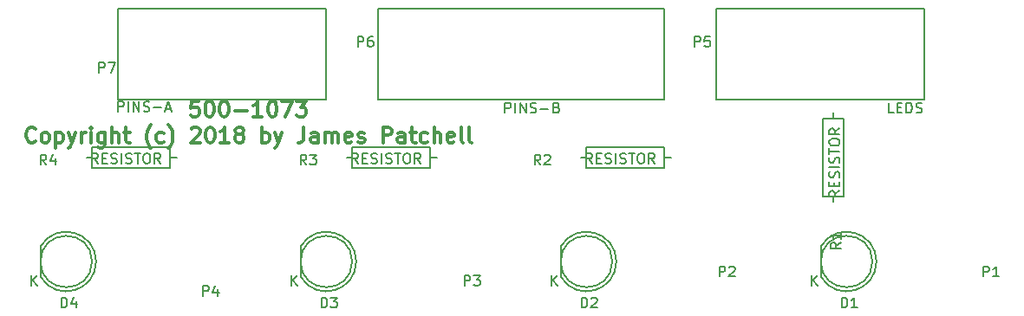
<source format=gbr>
G04 #@! TF.GenerationSoftware,KiCad,Pcbnew,(5.0.1)-3*
G04 #@! TF.CreationDate,2018-12-07T13:03:12-08:00*
G04 #@! TF.ProjectId,500-1073-Quad-Banana-Jack,3530302D313037332D517561642D4261,rev?*
G04 #@! TF.SameCoordinates,Original*
G04 #@! TF.FileFunction,Legend,Top*
G04 #@! TF.FilePolarity,Positive*
%FSLAX46Y46*%
G04 Gerber Fmt 4.6, Leading zero omitted, Abs format (unit mm)*
G04 Created by KiCad (PCBNEW (5.0.1)-3) date 12/7/2018 1:03:12 PM*
%MOMM*%
%LPD*%
G01*
G04 APERTURE LIST*
%ADD10C,0.300000*%
%ADD11C,0.150000*%
G04 APERTURE END LIST*
D10*
X123412857Y-131634571D02*
X122698571Y-131634571D01*
X122627142Y-132348857D01*
X122698571Y-132277428D01*
X122841428Y-132206000D01*
X123198571Y-132206000D01*
X123341428Y-132277428D01*
X123412857Y-132348857D01*
X123484285Y-132491714D01*
X123484285Y-132848857D01*
X123412857Y-132991714D01*
X123341428Y-133063142D01*
X123198571Y-133134571D01*
X122841428Y-133134571D01*
X122698571Y-133063142D01*
X122627142Y-132991714D01*
X124412857Y-131634571D02*
X124555714Y-131634571D01*
X124698571Y-131706000D01*
X124770000Y-131777428D01*
X124841428Y-131920285D01*
X124912857Y-132206000D01*
X124912857Y-132563142D01*
X124841428Y-132848857D01*
X124770000Y-132991714D01*
X124698571Y-133063142D01*
X124555714Y-133134571D01*
X124412857Y-133134571D01*
X124270000Y-133063142D01*
X124198571Y-132991714D01*
X124127142Y-132848857D01*
X124055714Y-132563142D01*
X124055714Y-132206000D01*
X124127142Y-131920285D01*
X124198571Y-131777428D01*
X124270000Y-131706000D01*
X124412857Y-131634571D01*
X125841428Y-131634571D02*
X125984285Y-131634571D01*
X126127142Y-131706000D01*
X126198571Y-131777428D01*
X126270000Y-131920285D01*
X126341428Y-132206000D01*
X126341428Y-132563142D01*
X126270000Y-132848857D01*
X126198571Y-132991714D01*
X126127142Y-133063142D01*
X125984285Y-133134571D01*
X125841428Y-133134571D01*
X125698571Y-133063142D01*
X125627142Y-132991714D01*
X125555714Y-132848857D01*
X125484285Y-132563142D01*
X125484285Y-132206000D01*
X125555714Y-131920285D01*
X125627142Y-131777428D01*
X125698571Y-131706000D01*
X125841428Y-131634571D01*
X126984285Y-132563142D02*
X128127142Y-132563142D01*
X129627142Y-133134571D02*
X128770000Y-133134571D01*
X129198571Y-133134571D02*
X129198571Y-131634571D01*
X129055714Y-131848857D01*
X128912857Y-131991714D01*
X128770000Y-132063142D01*
X130555714Y-131634571D02*
X130698571Y-131634571D01*
X130841428Y-131706000D01*
X130912857Y-131777428D01*
X130984285Y-131920285D01*
X131055714Y-132206000D01*
X131055714Y-132563142D01*
X130984285Y-132848857D01*
X130912857Y-132991714D01*
X130841428Y-133063142D01*
X130698571Y-133134571D01*
X130555714Y-133134571D01*
X130412857Y-133063142D01*
X130341428Y-132991714D01*
X130270000Y-132848857D01*
X130198571Y-132563142D01*
X130198571Y-132206000D01*
X130270000Y-131920285D01*
X130341428Y-131777428D01*
X130412857Y-131706000D01*
X130555714Y-131634571D01*
X131555714Y-131634571D02*
X132555714Y-131634571D01*
X131912857Y-133134571D01*
X132984285Y-131634571D02*
X133912857Y-131634571D01*
X133412857Y-132206000D01*
X133627142Y-132206000D01*
X133770000Y-132277428D01*
X133841428Y-132348857D01*
X133912857Y-132491714D01*
X133912857Y-132848857D01*
X133841428Y-132991714D01*
X133770000Y-133063142D01*
X133627142Y-133134571D01*
X133198571Y-133134571D01*
X133055714Y-133063142D01*
X132984285Y-132991714D01*
X107484285Y-135541714D02*
X107412857Y-135613142D01*
X107198571Y-135684571D01*
X107055714Y-135684571D01*
X106841428Y-135613142D01*
X106698571Y-135470285D01*
X106627142Y-135327428D01*
X106555714Y-135041714D01*
X106555714Y-134827428D01*
X106627142Y-134541714D01*
X106698571Y-134398857D01*
X106841428Y-134256000D01*
X107055714Y-134184571D01*
X107198571Y-134184571D01*
X107412857Y-134256000D01*
X107484285Y-134327428D01*
X108341428Y-135684571D02*
X108198571Y-135613142D01*
X108127142Y-135541714D01*
X108055714Y-135398857D01*
X108055714Y-134970285D01*
X108127142Y-134827428D01*
X108198571Y-134756000D01*
X108341428Y-134684571D01*
X108555714Y-134684571D01*
X108698571Y-134756000D01*
X108770000Y-134827428D01*
X108841428Y-134970285D01*
X108841428Y-135398857D01*
X108770000Y-135541714D01*
X108698571Y-135613142D01*
X108555714Y-135684571D01*
X108341428Y-135684571D01*
X109484285Y-134684571D02*
X109484285Y-136184571D01*
X109484285Y-134756000D02*
X109627142Y-134684571D01*
X109912857Y-134684571D01*
X110055714Y-134756000D01*
X110127142Y-134827428D01*
X110198571Y-134970285D01*
X110198571Y-135398857D01*
X110127142Y-135541714D01*
X110055714Y-135613142D01*
X109912857Y-135684571D01*
X109627142Y-135684571D01*
X109484285Y-135613142D01*
X110698571Y-134684571D02*
X111055714Y-135684571D01*
X111412857Y-134684571D02*
X111055714Y-135684571D01*
X110912857Y-136041714D01*
X110841428Y-136113142D01*
X110698571Y-136184571D01*
X111984285Y-135684571D02*
X111984285Y-134684571D01*
X111984285Y-134970285D02*
X112055714Y-134827428D01*
X112127142Y-134756000D01*
X112270000Y-134684571D01*
X112412857Y-134684571D01*
X112912857Y-135684571D02*
X112912857Y-134684571D01*
X112912857Y-134184571D02*
X112841428Y-134256000D01*
X112912857Y-134327428D01*
X112984285Y-134256000D01*
X112912857Y-134184571D01*
X112912857Y-134327428D01*
X114270000Y-134684571D02*
X114270000Y-135898857D01*
X114198571Y-136041714D01*
X114127142Y-136113142D01*
X113984285Y-136184571D01*
X113770000Y-136184571D01*
X113627142Y-136113142D01*
X114270000Y-135613142D02*
X114127142Y-135684571D01*
X113841428Y-135684571D01*
X113698571Y-135613142D01*
X113627142Y-135541714D01*
X113555714Y-135398857D01*
X113555714Y-134970285D01*
X113627142Y-134827428D01*
X113698571Y-134756000D01*
X113841428Y-134684571D01*
X114127142Y-134684571D01*
X114270000Y-134756000D01*
X114984285Y-135684571D02*
X114984285Y-134184571D01*
X115627142Y-135684571D02*
X115627142Y-134898857D01*
X115555714Y-134756000D01*
X115412857Y-134684571D01*
X115198571Y-134684571D01*
X115055714Y-134756000D01*
X114984285Y-134827428D01*
X116127142Y-134684571D02*
X116698571Y-134684571D01*
X116341428Y-134184571D02*
X116341428Y-135470285D01*
X116412857Y-135613142D01*
X116555714Y-135684571D01*
X116698571Y-135684571D01*
X118770000Y-136256000D02*
X118698571Y-136184571D01*
X118555714Y-135970285D01*
X118484285Y-135827428D01*
X118412857Y-135613142D01*
X118341428Y-135256000D01*
X118341428Y-134970285D01*
X118412857Y-134613142D01*
X118484285Y-134398857D01*
X118555714Y-134256000D01*
X118698571Y-134041714D01*
X118770000Y-133970285D01*
X119984285Y-135613142D02*
X119841428Y-135684571D01*
X119555714Y-135684571D01*
X119412857Y-135613142D01*
X119341428Y-135541714D01*
X119270000Y-135398857D01*
X119270000Y-134970285D01*
X119341428Y-134827428D01*
X119412857Y-134756000D01*
X119555714Y-134684571D01*
X119841428Y-134684571D01*
X119984285Y-134756000D01*
X120484285Y-136256000D02*
X120555714Y-136184571D01*
X120698571Y-135970285D01*
X120770000Y-135827428D01*
X120841428Y-135613142D01*
X120912857Y-135256000D01*
X120912857Y-134970285D01*
X120841428Y-134613142D01*
X120770000Y-134398857D01*
X120698571Y-134256000D01*
X120555714Y-134041714D01*
X120484285Y-133970285D01*
X122698571Y-134327428D02*
X122770000Y-134256000D01*
X122912857Y-134184571D01*
X123270000Y-134184571D01*
X123412857Y-134256000D01*
X123484285Y-134327428D01*
X123555714Y-134470285D01*
X123555714Y-134613142D01*
X123484285Y-134827428D01*
X122627142Y-135684571D01*
X123555714Y-135684571D01*
X124484285Y-134184571D02*
X124627142Y-134184571D01*
X124770000Y-134256000D01*
X124841428Y-134327428D01*
X124912857Y-134470285D01*
X124984285Y-134756000D01*
X124984285Y-135113142D01*
X124912857Y-135398857D01*
X124841428Y-135541714D01*
X124770000Y-135613142D01*
X124627142Y-135684571D01*
X124484285Y-135684571D01*
X124341428Y-135613142D01*
X124270000Y-135541714D01*
X124198571Y-135398857D01*
X124127142Y-135113142D01*
X124127142Y-134756000D01*
X124198571Y-134470285D01*
X124270000Y-134327428D01*
X124341428Y-134256000D01*
X124484285Y-134184571D01*
X126412857Y-135684571D02*
X125555714Y-135684571D01*
X125984285Y-135684571D02*
X125984285Y-134184571D01*
X125841428Y-134398857D01*
X125698571Y-134541714D01*
X125555714Y-134613142D01*
X127270000Y-134827428D02*
X127127142Y-134756000D01*
X127055714Y-134684571D01*
X126984285Y-134541714D01*
X126984285Y-134470285D01*
X127055714Y-134327428D01*
X127127142Y-134256000D01*
X127270000Y-134184571D01*
X127555714Y-134184571D01*
X127698571Y-134256000D01*
X127770000Y-134327428D01*
X127841428Y-134470285D01*
X127841428Y-134541714D01*
X127770000Y-134684571D01*
X127698571Y-134756000D01*
X127555714Y-134827428D01*
X127270000Y-134827428D01*
X127127142Y-134898857D01*
X127055714Y-134970285D01*
X126984285Y-135113142D01*
X126984285Y-135398857D01*
X127055714Y-135541714D01*
X127127142Y-135613142D01*
X127270000Y-135684571D01*
X127555714Y-135684571D01*
X127698571Y-135613142D01*
X127770000Y-135541714D01*
X127841428Y-135398857D01*
X127841428Y-135113142D01*
X127770000Y-134970285D01*
X127698571Y-134898857D01*
X127555714Y-134827428D01*
X129627142Y-135684571D02*
X129627142Y-134184571D01*
X129627142Y-134756000D02*
X129770000Y-134684571D01*
X130055714Y-134684571D01*
X130198571Y-134756000D01*
X130270000Y-134827428D01*
X130341428Y-134970285D01*
X130341428Y-135398857D01*
X130270000Y-135541714D01*
X130198571Y-135613142D01*
X130055714Y-135684571D01*
X129770000Y-135684571D01*
X129627142Y-135613142D01*
X130841428Y-134684571D02*
X131198571Y-135684571D01*
X131555714Y-134684571D02*
X131198571Y-135684571D01*
X131055714Y-136041714D01*
X130984285Y-136113142D01*
X130841428Y-136184571D01*
X133698571Y-134184571D02*
X133698571Y-135256000D01*
X133627142Y-135470285D01*
X133484285Y-135613142D01*
X133270000Y-135684571D01*
X133127142Y-135684571D01*
X135055714Y-135684571D02*
X135055714Y-134898857D01*
X134984285Y-134756000D01*
X134841428Y-134684571D01*
X134555714Y-134684571D01*
X134412857Y-134756000D01*
X135055714Y-135613142D02*
X134912857Y-135684571D01*
X134555714Y-135684571D01*
X134412857Y-135613142D01*
X134341428Y-135470285D01*
X134341428Y-135327428D01*
X134412857Y-135184571D01*
X134555714Y-135113142D01*
X134912857Y-135113142D01*
X135055714Y-135041714D01*
X135770000Y-135684571D02*
X135770000Y-134684571D01*
X135770000Y-134827428D02*
X135841428Y-134756000D01*
X135984285Y-134684571D01*
X136198571Y-134684571D01*
X136341428Y-134756000D01*
X136412857Y-134898857D01*
X136412857Y-135684571D01*
X136412857Y-134898857D02*
X136484285Y-134756000D01*
X136627142Y-134684571D01*
X136841428Y-134684571D01*
X136984285Y-134756000D01*
X137055714Y-134898857D01*
X137055714Y-135684571D01*
X138341428Y-135613142D02*
X138198571Y-135684571D01*
X137912857Y-135684571D01*
X137770000Y-135613142D01*
X137698571Y-135470285D01*
X137698571Y-134898857D01*
X137770000Y-134756000D01*
X137912857Y-134684571D01*
X138198571Y-134684571D01*
X138341428Y-134756000D01*
X138412857Y-134898857D01*
X138412857Y-135041714D01*
X137698571Y-135184571D01*
X138984285Y-135613142D02*
X139127142Y-135684571D01*
X139412857Y-135684571D01*
X139555714Y-135613142D01*
X139627142Y-135470285D01*
X139627142Y-135398857D01*
X139555714Y-135256000D01*
X139412857Y-135184571D01*
X139198571Y-135184571D01*
X139055714Y-135113142D01*
X138984285Y-134970285D01*
X138984285Y-134898857D01*
X139055714Y-134756000D01*
X139198571Y-134684571D01*
X139412857Y-134684571D01*
X139555714Y-134756000D01*
X141412857Y-135684571D02*
X141412857Y-134184571D01*
X141984285Y-134184571D01*
X142127142Y-134256000D01*
X142198571Y-134327428D01*
X142270000Y-134470285D01*
X142270000Y-134684571D01*
X142198571Y-134827428D01*
X142127142Y-134898857D01*
X141984285Y-134970285D01*
X141412857Y-134970285D01*
X143555714Y-135684571D02*
X143555714Y-134898857D01*
X143484285Y-134756000D01*
X143341428Y-134684571D01*
X143055714Y-134684571D01*
X142912857Y-134756000D01*
X143555714Y-135613142D02*
X143412857Y-135684571D01*
X143055714Y-135684571D01*
X142912857Y-135613142D01*
X142841428Y-135470285D01*
X142841428Y-135327428D01*
X142912857Y-135184571D01*
X143055714Y-135113142D01*
X143412857Y-135113142D01*
X143555714Y-135041714D01*
X144055714Y-134684571D02*
X144627142Y-134684571D01*
X144270000Y-134184571D02*
X144270000Y-135470285D01*
X144341428Y-135613142D01*
X144484285Y-135684571D01*
X144627142Y-135684571D01*
X145770000Y-135613142D02*
X145627142Y-135684571D01*
X145341428Y-135684571D01*
X145198571Y-135613142D01*
X145127142Y-135541714D01*
X145055714Y-135398857D01*
X145055714Y-134970285D01*
X145127142Y-134827428D01*
X145198571Y-134756000D01*
X145341428Y-134684571D01*
X145627142Y-134684571D01*
X145770000Y-134756000D01*
X146412857Y-135684571D02*
X146412857Y-134184571D01*
X147055714Y-135684571D02*
X147055714Y-134898857D01*
X146984285Y-134756000D01*
X146841428Y-134684571D01*
X146627142Y-134684571D01*
X146484285Y-134756000D01*
X146412857Y-134827428D01*
X148341428Y-135613142D02*
X148198571Y-135684571D01*
X147912857Y-135684571D01*
X147770000Y-135613142D01*
X147698571Y-135470285D01*
X147698571Y-134898857D01*
X147770000Y-134756000D01*
X147912857Y-134684571D01*
X148198571Y-134684571D01*
X148341428Y-134756000D01*
X148412857Y-134898857D01*
X148412857Y-135041714D01*
X147698571Y-135184571D01*
X149270000Y-135684571D02*
X149127142Y-135613142D01*
X149055714Y-135470285D01*
X149055714Y-134184571D01*
X150055714Y-135684571D02*
X149912857Y-135613142D01*
X149841428Y-135470285D01*
X149841428Y-134184571D01*
D11*
G04 #@! TO.C,D1*
X184205112Y-148844904D02*
G75*
G03X184190000Y-145820000I2484888J1524904D01*
G01*
X184190000Y-148820000D02*
X184190000Y-145820000D01*
X189207936Y-147320000D02*
G75*
G03X189207936Y-147320000I-2517936J0D01*
G01*
G04 #@! TO.C,D2*
X158805112Y-148844904D02*
G75*
G03X158790000Y-145820000I2484888J1524904D01*
G01*
X158790000Y-148820000D02*
X158790000Y-145820000D01*
X163807936Y-147320000D02*
G75*
G03X163807936Y-147320000I-2517936J0D01*
G01*
G04 #@! TO.C,D3*
X133405112Y-148844904D02*
G75*
G03X133390000Y-145820000I2484888J1524904D01*
G01*
X133390000Y-148820000D02*
X133390000Y-145820000D01*
X138407936Y-147320000D02*
G75*
G03X138407936Y-147320000I-2517936J0D01*
G01*
G04 #@! TO.C,D4*
X108005112Y-148844904D02*
G75*
G03X107990000Y-145820000I2484888J1524904D01*
G01*
X107990000Y-148820000D02*
X107990000Y-145820000D01*
X113007936Y-147320000D02*
G75*
G03X113007936Y-147320000I-2517936J0D01*
G01*
G04 #@! TO.C,R1*
X184404000Y-140970000D02*
X186436000Y-140970000D01*
X184404000Y-133350000D02*
X186436000Y-133350000D01*
X185420000Y-140970000D02*
X185420000Y-141478000D01*
X185420000Y-132715000D02*
X185420000Y-133350000D01*
X186436000Y-140970000D02*
X186436000Y-133350000D01*
X184404000Y-133350000D02*
X184404000Y-140970000D01*
G04 #@! TO.C,R2*
X161290000Y-136144000D02*
X161290000Y-138176000D01*
X168910000Y-136144000D02*
X168910000Y-138176000D01*
X161290000Y-137160000D02*
X160782000Y-137160000D01*
X169545000Y-137160000D02*
X168910000Y-137160000D01*
X161290000Y-138176000D02*
X168910000Y-138176000D01*
X168910000Y-136144000D02*
X161290000Y-136144000D01*
G04 #@! TO.C,R3*
X138430000Y-136144000D02*
X138430000Y-138176000D01*
X146050000Y-136144000D02*
X146050000Y-138176000D01*
X138430000Y-137160000D02*
X137922000Y-137160000D01*
X146685000Y-137160000D02*
X146050000Y-137160000D01*
X138430000Y-138176000D02*
X146050000Y-138176000D01*
X146050000Y-136144000D02*
X138430000Y-136144000D01*
G04 #@! TO.C,R4*
X113030000Y-136144000D02*
X113030000Y-138176000D01*
X120650000Y-136144000D02*
X120650000Y-138176000D01*
X113030000Y-137160000D02*
X112522000Y-137160000D01*
X121285000Y-137160000D02*
X120650000Y-137160000D01*
X113030000Y-138176000D02*
X120650000Y-138176000D01*
X120650000Y-136144000D02*
X113030000Y-136144000D01*
G04 #@! TO.C,P5*
X173990000Y-129540000D02*
X173990000Y-124460000D01*
X194310000Y-124460000D02*
X194310000Y-129540000D01*
X194310000Y-129540000D02*
X194310000Y-131445000D01*
X194310000Y-131445000D02*
X173990000Y-131445000D01*
X173990000Y-131445000D02*
X173990000Y-129540000D01*
X194310000Y-124460000D02*
X194310000Y-122555000D01*
X194310000Y-122555000D02*
X173990000Y-122555000D01*
X173990000Y-122555000D02*
X173990000Y-124460000D01*
G04 #@! TO.C,P6*
X168910000Y-123190000D02*
X168910000Y-122555000D01*
X168910000Y-122555000D02*
X140970000Y-122555000D01*
X140970000Y-122555000D02*
X140970000Y-123190000D01*
X140970000Y-130810000D02*
X140970000Y-131445000D01*
X140970000Y-131445000D02*
X168910000Y-131445000D01*
X168910000Y-131445000D02*
X168910000Y-130810000D01*
X140970000Y-124460000D02*
X140970000Y-123190000D01*
X168910000Y-123190000D02*
X168910000Y-124460000D01*
X168910000Y-129540000D02*
X168910000Y-130810000D01*
X140970000Y-130810000D02*
X140970000Y-129540000D01*
X168910000Y-124460000D02*
X168910000Y-129540000D01*
X140970000Y-129540000D02*
X140970000Y-124460000D01*
G04 #@! TO.C,P7*
X115570000Y-122555000D02*
X115570000Y-124460000D01*
X135890000Y-122555000D02*
X115570000Y-122555000D01*
X135890000Y-124460000D02*
X135890000Y-122555000D01*
X115570000Y-131445000D02*
X115570000Y-129540000D01*
X135890000Y-131445000D02*
X115570000Y-131445000D01*
X135890000Y-129540000D02*
X135890000Y-131445000D01*
X135890000Y-124460000D02*
X135890000Y-129540000D01*
X115570000Y-129540000D02*
X115570000Y-124460000D01*
G04 #@! TO.C,D1*
X186205904Y-151836380D02*
X186205904Y-150836380D01*
X186444000Y-150836380D01*
X186586857Y-150884000D01*
X186682095Y-150979238D01*
X186729714Y-151074476D01*
X186777333Y-151264952D01*
X186777333Y-151407809D01*
X186729714Y-151598285D01*
X186682095Y-151693523D01*
X186586857Y-151788761D01*
X186444000Y-151836380D01*
X186205904Y-151836380D01*
X187729714Y-151836380D02*
X187158285Y-151836380D01*
X187444000Y-151836380D02*
X187444000Y-150836380D01*
X187348761Y-150979238D01*
X187253523Y-151074476D01*
X187158285Y-151122095D01*
X183253095Y-149677380D02*
X183253095Y-148677380D01*
X183824523Y-149677380D02*
X183395952Y-149105952D01*
X183824523Y-148677380D02*
X183253095Y-149248809D01*
G04 #@! TO.C,D2*
X160805904Y-151836380D02*
X160805904Y-150836380D01*
X161044000Y-150836380D01*
X161186857Y-150884000D01*
X161282095Y-150979238D01*
X161329714Y-151074476D01*
X161377333Y-151264952D01*
X161377333Y-151407809D01*
X161329714Y-151598285D01*
X161282095Y-151693523D01*
X161186857Y-151788761D01*
X161044000Y-151836380D01*
X160805904Y-151836380D01*
X161758285Y-150931619D02*
X161805904Y-150884000D01*
X161901142Y-150836380D01*
X162139238Y-150836380D01*
X162234476Y-150884000D01*
X162282095Y-150931619D01*
X162329714Y-151026857D01*
X162329714Y-151122095D01*
X162282095Y-151264952D01*
X161710666Y-151836380D01*
X162329714Y-151836380D01*
X157853095Y-149677380D02*
X157853095Y-148677380D01*
X158424523Y-149677380D02*
X157995952Y-149105952D01*
X158424523Y-148677380D02*
X157853095Y-149248809D01*
G04 #@! TO.C,D3*
X135405904Y-151836380D02*
X135405904Y-150836380D01*
X135644000Y-150836380D01*
X135786857Y-150884000D01*
X135882095Y-150979238D01*
X135929714Y-151074476D01*
X135977333Y-151264952D01*
X135977333Y-151407809D01*
X135929714Y-151598285D01*
X135882095Y-151693523D01*
X135786857Y-151788761D01*
X135644000Y-151836380D01*
X135405904Y-151836380D01*
X136310666Y-150836380D02*
X136929714Y-150836380D01*
X136596380Y-151217333D01*
X136739238Y-151217333D01*
X136834476Y-151264952D01*
X136882095Y-151312571D01*
X136929714Y-151407809D01*
X136929714Y-151645904D01*
X136882095Y-151741142D01*
X136834476Y-151788761D01*
X136739238Y-151836380D01*
X136453523Y-151836380D01*
X136358285Y-151788761D01*
X136310666Y-151741142D01*
X132453095Y-149677380D02*
X132453095Y-148677380D01*
X133024523Y-149677380D02*
X132595952Y-149105952D01*
X133024523Y-148677380D02*
X132453095Y-149248809D01*
G04 #@! TO.C,D4*
X110005904Y-151836380D02*
X110005904Y-150836380D01*
X110244000Y-150836380D01*
X110386857Y-150884000D01*
X110482095Y-150979238D01*
X110529714Y-151074476D01*
X110577333Y-151264952D01*
X110577333Y-151407809D01*
X110529714Y-151598285D01*
X110482095Y-151693523D01*
X110386857Y-151788761D01*
X110244000Y-151836380D01*
X110005904Y-151836380D01*
X111434476Y-151169714D02*
X111434476Y-151836380D01*
X111196380Y-150788761D02*
X110958285Y-151503047D01*
X111577333Y-151503047D01*
X107053095Y-149677380D02*
X107053095Y-148677380D01*
X107624523Y-149677380D02*
X107195952Y-149105952D01*
X107624523Y-148677380D02*
X107053095Y-149248809D01*
G04 #@! TO.C,P1*
X200048904Y-148788380D02*
X200048904Y-147788380D01*
X200429857Y-147788380D01*
X200525095Y-147836000D01*
X200572714Y-147883619D01*
X200620333Y-147978857D01*
X200620333Y-148121714D01*
X200572714Y-148216952D01*
X200525095Y-148264571D01*
X200429857Y-148312190D01*
X200048904Y-148312190D01*
X201572714Y-148788380D02*
X201001285Y-148788380D01*
X201287000Y-148788380D02*
X201287000Y-147788380D01*
X201191761Y-147931238D01*
X201096523Y-148026476D01*
X201001285Y-148074095D01*
G04 #@! TO.C,P2*
X174267904Y-148788380D02*
X174267904Y-147788380D01*
X174648857Y-147788380D01*
X174744095Y-147836000D01*
X174791714Y-147883619D01*
X174839333Y-147978857D01*
X174839333Y-148121714D01*
X174791714Y-148216952D01*
X174744095Y-148264571D01*
X174648857Y-148312190D01*
X174267904Y-148312190D01*
X175220285Y-147883619D02*
X175267904Y-147836000D01*
X175363142Y-147788380D01*
X175601238Y-147788380D01*
X175696476Y-147836000D01*
X175744095Y-147883619D01*
X175791714Y-147978857D01*
X175791714Y-148074095D01*
X175744095Y-148216952D01*
X175172666Y-148788380D01*
X175791714Y-148788380D01*
G04 #@! TO.C,P3*
X149375904Y-149677380D02*
X149375904Y-148677380D01*
X149756857Y-148677380D01*
X149852095Y-148725000D01*
X149899714Y-148772619D01*
X149947333Y-148867857D01*
X149947333Y-149010714D01*
X149899714Y-149105952D01*
X149852095Y-149153571D01*
X149756857Y-149201190D01*
X149375904Y-149201190D01*
X150280666Y-148677380D02*
X150899714Y-148677380D01*
X150566380Y-149058333D01*
X150709238Y-149058333D01*
X150804476Y-149105952D01*
X150852095Y-149153571D01*
X150899714Y-149248809D01*
X150899714Y-149486904D01*
X150852095Y-149582142D01*
X150804476Y-149629761D01*
X150709238Y-149677380D01*
X150423523Y-149677380D01*
X150328285Y-149629761D01*
X150280666Y-149582142D01*
G04 #@! TO.C,P4*
X123848904Y-150693380D02*
X123848904Y-149693380D01*
X124229857Y-149693380D01*
X124325095Y-149741000D01*
X124372714Y-149788619D01*
X124420333Y-149883857D01*
X124420333Y-150026714D01*
X124372714Y-150121952D01*
X124325095Y-150169571D01*
X124229857Y-150217190D01*
X123848904Y-150217190D01*
X125277476Y-150026714D02*
X125277476Y-150693380D01*
X125039380Y-149645761D02*
X124801285Y-150360047D01*
X125420333Y-150360047D01*
G04 #@! TO.C,R1*
X186126380Y-145454666D02*
X185650190Y-145788000D01*
X186126380Y-146026095D02*
X185126380Y-146026095D01*
X185126380Y-145645142D01*
X185174000Y-145549904D01*
X185221619Y-145502285D01*
X185316857Y-145454666D01*
X185459714Y-145454666D01*
X185554952Y-145502285D01*
X185602571Y-145549904D01*
X185650190Y-145645142D01*
X185650190Y-146026095D01*
X186126380Y-144502285D02*
X186126380Y-145073714D01*
X186126380Y-144788000D02*
X185126380Y-144788000D01*
X185269238Y-144883238D01*
X185364476Y-144978476D01*
X185412095Y-145073714D01*
X185999380Y-140406095D02*
X185523190Y-140739428D01*
X185999380Y-140977523D02*
X184999380Y-140977523D01*
X184999380Y-140596571D01*
X185047000Y-140501333D01*
X185094619Y-140453714D01*
X185189857Y-140406095D01*
X185332714Y-140406095D01*
X185427952Y-140453714D01*
X185475571Y-140501333D01*
X185523190Y-140596571D01*
X185523190Y-140977523D01*
X185475571Y-139977523D02*
X185475571Y-139644190D01*
X185999380Y-139501333D02*
X185999380Y-139977523D01*
X184999380Y-139977523D01*
X184999380Y-139501333D01*
X185951761Y-139120380D02*
X185999380Y-138977523D01*
X185999380Y-138739428D01*
X185951761Y-138644190D01*
X185904142Y-138596571D01*
X185808904Y-138548952D01*
X185713666Y-138548952D01*
X185618428Y-138596571D01*
X185570809Y-138644190D01*
X185523190Y-138739428D01*
X185475571Y-138929904D01*
X185427952Y-139025142D01*
X185380333Y-139072761D01*
X185285095Y-139120380D01*
X185189857Y-139120380D01*
X185094619Y-139072761D01*
X185047000Y-139025142D01*
X184999380Y-138929904D01*
X184999380Y-138691809D01*
X185047000Y-138548952D01*
X185999380Y-138120380D02*
X184999380Y-138120380D01*
X185951761Y-137691809D02*
X185999380Y-137548952D01*
X185999380Y-137310857D01*
X185951761Y-137215619D01*
X185904142Y-137168000D01*
X185808904Y-137120380D01*
X185713666Y-137120380D01*
X185618428Y-137168000D01*
X185570809Y-137215619D01*
X185523190Y-137310857D01*
X185475571Y-137501333D01*
X185427952Y-137596571D01*
X185380333Y-137644190D01*
X185285095Y-137691809D01*
X185189857Y-137691809D01*
X185094619Y-137644190D01*
X185047000Y-137596571D01*
X184999380Y-137501333D01*
X184999380Y-137263238D01*
X185047000Y-137120380D01*
X184999380Y-136834666D02*
X184999380Y-136263238D01*
X185999380Y-136548952D02*
X184999380Y-136548952D01*
X184999380Y-135739428D02*
X184999380Y-135548952D01*
X185047000Y-135453714D01*
X185142238Y-135358476D01*
X185332714Y-135310857D01*
X185666047Y-135310857D01*
X185856523Y-135358476D01*
X185951761Y-135453714D01*
X185999380Y-135548952D01*
X185999380Y-135739428D01*
X185951761Y-135834666D01*
X185856523Y-135929904D01*
X185666047Y-135977523D01*
X185332714Y-135977523D01*
X185142238Y-135929904D01*
X185047000Y-135834666D01*
X184999380Y-135739428D01*
X185999380Y-134310857D02*
X185523190Y-134644190D01*
X185999380Y-134882285D02*
X184999380Y-134882285D01*
X184999380Y-134501333D01*
X185047000Y-134406095D01*
X185094619Y-134358476D01*
X185189857Y-134310857D01*
X185332714Y-134310857D01*
X185427952Y-134358476D01*
X185475571Y-134406095D01*
X185523190Y-134501333D01*
X185523190Y-134882285D01*
G04 #@! TO.C,R2*
X156805333Y-137866380D02*
X156472000Y-137390190D01*
X156233904Y-137866380D02*
X156233904Y-136866380D01*
X156614857Y-136866380D01*
X156710095Y-136914000D01*
X156757714Y-136961619D01*
X156805333Y-137056857D01*
X156805333Y-137199714D01*
X156757714Y-137294952D01*
X156710095Y-137342571D01*
X156614857Y-137390190D01*
X156233904Y-137390190D01*
X157186285Y-136961619D02*
X157233904Y-136914000D01*
X157329142Y-136866380D01*
X157567238Y-136866380D01*
X157662476Y-136914000D01*
X157710095Y-136961619D01*
X157757714Y-137056857D01*
X157757714Y-137152095D01*
X157710095Y-137294952D01*
X157138666Y-137866380D01*
X157757714Y-137866380D01*
X161853904Y-137739380D02*
X161520571Y-137263190D01*
X161282476Y-137739380D02*
X161282476Y-136739380D01*
X161663428Y-136739380D01*
X161758666Y-136787000D01*
X161806285Y-136834619D01*
X161853904Y-136929857D01*
X161853904Y-137072714D01*
X161806285Y-137167952D01*
X161758666Y-137215571D01*
X161663428Y-137263190D01*
X161282476Y-137263190D01*
X162282476Y-137215571D02*
X162615809Y-137215571D01*
X162758666Y-137739380D02*
X162282476Y-137739380D01*
X162282476Y-136739380D01*
X162758666Y-136739380D01*
X163139619Y-137691761D02*
X163282476Y-137739380D01*
X163520571Y-137739380D01*
X163615809Y-137691761D01*
X163663428Y-137644142D01*
X163711047Y-137548904D01*
X163711047Y-137453666D01*
X163663428Y-137358428D01*
X163615809Y-137310809D01*
X163520571Y-137263190D01*
X163330095Y-137215571D01*
X163234857Y-137167952D01*
X163187238Y-137120333D01*
X163139619Y-137025095D01*
X163139619Y-136929857D01*
X163187238Y-136834619D01*
X163234857Y-136787000D01*
X163330095Y-136739380D01*
X163568190Y-136739380D01*
X163711047Y-136787000D01*
X164139619Y-137739380D02*
X164139619Y-136739380D01*
X164568190Y-137691761D02*
X164711047Y-137739380D01*
X164949142Y-137739380D01*
X165044380Y-137691761D01*
X165092000Y-137644142D01*
X165139619Y-137548904D01*
X165139619Y-137453666D01*
X165092000Y-137358428D01*
X165044380Y-137310809D01*
X164949142Y-137263190D01*
X164758666Y-137215571D01*
X164663428Y-137167952D01*
X164615809Y-137120333D01*
X164568190Y-137025095D01*
X164568190Y-136929857D01*
X164615809Y-136834619D01*
X164663428Y-136787000D01*
X164758666Y-136739380D01*
X164996761Y-136739380D01*
X165139619Y-136787000D01*
X165425333Y-136739380D02*
X165996761Y-136739380D01*
X165711047Y-137739380D02*
X165711047Y-136739380D01*
X166520571Y-136739380D02*
X166711047Y-136739380D01*
X166806285Y-136787000D01*
X166901523Y-136882238D01*
X166949142Y-137072714D01*
X166949142Y-137406047D01*
X166901523Y-137596523D01*
X166806285Y-137691761D01*
X166711047Y-137739380D01*
X166520571Y-137739380D01*
X166425333Y-137691761D01*
X166330095Y-137596523D01*
X166282476Y-137406047D01*
X166282476Y-137072714D01*
X166330095Y-136882238D01*
X166425333Y-136787000D01*
X166520571Y-136739380D01*
X167949142Y-137739380D02*
X167615809Y-137263190D01*
X167377714Y-137739380D02*
X167377714Y-136739380D01*
X167758666Y-136739380D01*
X167853904Y-136787000D01*
X167901523Y-136834619D01*
X167949142Y-136929857D01*
X167949142Y-137072714D01*
X167901523Y-137167952D01*
X167853904Y-137215571D01*
X167758666Y-137263190D01*
X167377714Y-137263190D01*
G04 #@! TO.C,R3*
X133945333Y-137866380D02*
X133612000Y-137390190D01*
X133373904Y-137866380D02*
X133373904Y-136866380D01*
X133754857Y-136866380D01*
X133850095Y-136914000D01*
X133897714Y-136961619D01*
X133945333Y-137056857D01*
X133945333Y-137199714D01*
X133897714Y-137294952D01*
X133850095Y-137342571D01*
X133754857Y-137390190D01*
X133373904Y-137390190D01*
X134278666Y-136866380D02*
X134897714Y-136866380D01*
X134564380Y-137247333D01*
X134707238Y-137247333D01*
X134802476Y-137294952D01*
X134850095Y-137342571D01*
X134897714Y-137437809D01*
X134897714Y-137675904D01*
X134850095Y-137771142D01*
X134802476Y-137818761D01*
X134707238Y-137866380D01*
X134421523Y-137866380D01*
X134326285Y-137818761D01*
X134278666Y-137771142D01*
X138993904Y-137739380D02*
X138660571Y-137263190D01*
X138422476Y-137739380D02*
X138422476Y-136739380D01*
X138803428Y-136739380D01*
X138898666Y-136787000D01*
X138946285Y-136834619D01*
X138993904Y-136929857D01*
X138993904Y-137072714D01*
X138946285Y-137167952D01*
X138898666Y-137215571D01*
X138803428Y-137263190D01*
X138422476Y-137263190D01*
X139422476Y-137215571D02*
X139755809Y-137215571D01*
X139898666Y-137739380D02*
X139422476Y-137739380D01*
X139422476Y-136739380D01*
X139898666Y-136739380D01*
X140279619Y-137691761D02*
X140422476Y-137739380D01*
X140660571Y-137739380D01*
X140755809Y-137691761D01*
X140803428Y-137644142D01*
X140851047Y-137548904D01*
X140851047Y-137453666D01*
X140803428Y-137358428D01*
X140755809Y-137310809D01*
X140660571Y-137263190D01*
X140470095Y-137215571D01*
X140374857Y-137167952D01*
X140327238Y-137120333D01*
X140279619Y-137025095D01*
X140279619Y-136929857D01*
X140327238Y-136834619D01*
X140374857Y-136787000D01*
X140470095Y-136739380D01*
X140708190Y-136739380D01*
X140851047Y-136787000D01*
X141279619Y-137739380D02*
X141279619Y-136739380D01*
X141708190Y-137691761D02*
X141851047Y-137739380D01*
X142089142Y-137739380D01*
X142184380Y-137691761D01*
X142232000Y-137644142D01*
X142279619Y-137548904D01*
X142279619Y-137453666D01*
X142232000Y-137358428D01*
X142184380Y-137310809D01*
X142089142Y-137263190D01*
X141898666Y-137215571D01*
X141803428Y-137167952D01*
X141755809Y-137120333D01*
X141708190Y-137025095D01*
X141708190Y-136929857D01*
X141755809Y-136834619D01*
X141803428Y-136787000D01*
X141898666Y-136739380D01*
X142136761Y-136739380D01*
X142279619Y-136787000D01*
X142565333Y-136739380D02*
X143136761Y-136739380D01*
X142851047Y-137739380D02*
X142851047Y-136739380D01*
X143660571Y-136739380D02*
X143851047Y-136739380D01*
X143946285Y-136787000D01*
X144041523Y-136882238D01*
X144089142Y-137072714D01*
X144089142Y-137406047D01*
X144041523Y-137596523D01*
X143946285Y-137691761D01*
X143851047Y-137739380D01*
X143660571Y-137739380D01*
X143565333Y-137691761D01*
X143470095Y-137596523D01*
X143422476Y-137406047D01*
X143422476Y-137072714D01*
X143470095Y-136882238D01*
X143565333Y-136787000D01*
X143660571Y-136739380D01*
X145089142Y-137739380D02*
X144755809Y-137263190D01*
X144517714Y-137739380D02*
X144517714Y-136739380D01*
X144898666Y-136739380D01*
X144993904Y-136787000D01*
X145041523Y-136834619D01*
X145089142Y-136929857D01*
X145089142Y-137072714D01*
X145041523Y-137167952D01*
X144993904Y-137215571D01*
X144898666Y-137263190D01*
X144517714Y-137263190D01*
G04 #@! TO.C,R4*
X108545333Y-137866380D02*
X108212000Y-137390190D01*
X107973904Y-137866380D02*
X107973904Y-136866380D01*
X108354857Y-136866380D01*
X108450095Y-136914000D01*
X108497714Y-136961619D01*
X108545333Y-137056857D01*
X108545333Y-137199714D01*
X108497714Y-137294952D01*
X108450095Y-137342571D01*
X108354857Y-137390190D01*
X107973904Y-137390190D01*
X109402476Y-137199714D02*
X109402476Y-137866380D01*
X109164380Y-136818761D02*
X108926285Y-137533047D01*
X109545333Y-137533047D01*
X113593904Y-137739380D02*
X113260571Y-137263190D01*
X113022476Y-137739380D02*
X113022476Y-136739380D01*
X113403428Y-136739380D01*
X113498666Y-136787000D01*
X113546285Y-136834619D01*
X113593904Y-136929857D01*
X113593904Y-137072714D01*
X113546285Y-137167952D01*
X113498666Y-137215571D01*
X113403428Y-137263190D01*
X113022476Y-137263190D01*
X114022476Y-137215571D02*
X114355809Y-137215571D01*
X114498666Y-137739380D02*
X114022476Y-137739380D01*
X114022476Y-136739380D01*
X114498666Y-136739380D01*
X114879619Y-137691761D02*
X115022476Y-137739380D01*
X115260571Y-137739380D01*
X115355809Y-137691761D01*
X115403428Y-137644142D01*
X115451047Y-137548904D01*
X115451047Y-137453666D01*
X115403428Y-137358428D01*
X115355809Y-137310809D01*
X115260571Y-137263190D01*
X115070095Y-137215571D01*
X114974857Y-137167952D01*
X114927238Y-137120333D01*
X114879619Y-137025095D01*
X114879619Y-136929857D01*
X114927238Y-136834619D01*
X114974857Y-136787000D01*
X115070095Y-136739380D01*
X115308190Y-136739380D01*
X115451047Y-136787000D01*
X115879619Y-137739380D02*
X115879619Y-136739380D01*
X116308190Y-137691761D02*
X116451047Y-137739380D01*
X116689142Y-137739380D01*
X116784380Y-137691761D01*
X116832000Y-137644142D01*
X116879619Y-137548904D01*
X116879619Y-137453666D01*
X116832000Y-137358428D01*
X116784380Y-137310809D01*
X116689142Y-137263190D01*
X116498666Y-137215571D01*
X116403428Y-137167952D01*
X116355809Y-137120333D01*
X116308190Y-137025095D01*
X116308190Y-136929857D01*
X116355809Y-136834619D01*
X116403428Y-136787000D01*
X116498666Y-136739380D01*
X116736761Y-136739380D01*
X116879619Y-136787000D01*
X117165333Y-136739380D02*
X117736761Y-136739380D01*
X117451047Y-137739380D02*
X117451047Y-136739380D01*
X118260571Y-136739380D02*
X118451047Y-136739380D01*
X118546285Y-136787000D01*
X118641523Y-136882238D01*
X118689142Y-137072714D01*
X118689142Y-137406047D01*
X118641523Y-137596523D01*
X118546285Y-137691761D01*
X118451047Y-137739380D01*
X118260571Y-137739380D01*
X118165333Y-137691761D01*
X118070095Y-137596523D01*
X118022476Y-137406047D01*
X118022476Y-137072714D01*
X118070095Y-136882238D01*
X118165333Y-136787000D01*
X118260571Y-136739380D01*
X119689142Y-137739380D02*
X119355809Y-137263190D01*
X119117714Y-137739380D02*
X119117714Y-136739380D01*
X119498666Y-136739380D01*
X119593904Y-136787000D01*
X119641523Y-136834619D01*
X119689142Y-136929857D01*
X119689142Y-137072714D01*
X119641523Y-137167952D01*
X119593904Y-137215571D01*
X119498666Y-137263190D01*
X119117714Y-137263190D01*
G04 #@! TO.C,P5*
X171854904Y-126309380D02*
X171854904Y-125309380D01*
X172235857Y-125309380D01*
X172331095Y-125357000D01*
X172378714Y-125404619D01*
X172426333Y-125499857D01*
X172426333Y-125642714D01*
X172378714Y-125737952D01*
X172331095Y-125785571D01*
X172235857Y-125833190D01*
X171854904Y-125833190D01*
X173331095Y-125309380D02*
X172854904Y-125309380D01*
X172807285Y-125785571D01*
X172854904Y-125737952D01*
X172950142Y-125690333D01*
X173188238Y-125690333D01*
X173283476Y-125737952D01*
X173331095Y-125785571D01*
X173378714Y-125880809D01*
X173378714Y-126118904D01*
X173331095Y-126214142D01*
X173283476Y-126261761D01*
X173188238Y-126309380D01*
X172950142Y-126309380D01*
X172854904Y-126261761D01*
X172807285Y-126214142D01*
X191285952Y-132786380D02*
X190809761Y-132786380D01*
X190809761Y-131786380D01*
X191619285Y-132262571D02*
X191952619Y-132262571D01*
X192095476Y-132786380D02*
X191619285Y-132786380D01*
X191619285Y-131786380D01*
X192095476Y-131786380D01*
X192524047Y-132786380D02*
X192524047Y-131786380D01*
X192762142Y-131786380D01*
X192905000Y-131834000D01*
X193000238Y-131929238D01*
X193047857Y-132024476D01*
X193095476Y-132214952D01*
X193095476Y-132357809D01*
X193047857Y-132548285D01*
X193000238Y-132643523D01*
X192905000Y-132738761D01*
X192762142Y-132786380D01*
X192524047Y-132786380D01*
X193476428Y-132738761D02*
X193619285Y-132786380D01*
X193857380Y-132786380D01*
X193952619Y-132738761D01*
X194000238Y-132691142D01*
X194047857Y-132595904D01*
X194047857Y-132500666D01*
X194000238Y-132405428D01*
X193952619Y-132357809D01*
X193857380Y-132310190D01*
X193666904Y-132262571D01*
X193571666Y-132214952D01*
X193524047Y-132167333D01*
X193476428Y-132072095D01*
X193476428Y-131976857D01*
X193524047Y-131881619D01*
X193571666Y-131834000D01*
X193666904Y-131786380D01*
X193905000Y-131786380D01*
X194047857Y-131834000D01*
G04 #@! TO.C,P6*
X138961904Y-126309380D02*
X138961904Y-125309380D01*
X139342857Y-125309380D01*
X139438095Y-125357000D01*
X139485714Y-125404619D01*
X139533333Y-125499857D01*
X139533333Y-125642714D01*
X139485714Y-125737952D01*
X139438095Y-125785571D01*
X139342857Y-125833190D01*
X138961904Y-125833190D01*
X140390476Y-125309380D02*
X140200000Y-125309380D01*
X140104761Y-125357000D01*
X140057142Y-125404619D01*
X139961904Y-125547476D01*
X139914285Y-125737952D01*
X139914285Y-126118904D01*
X139961904Y-126214142D01*
X140009523Y-126261761D01*
X140104761Y-126309380D01*
X140295238Y-126309380D01*
X140390476Y-126261761D01*
X140438095Y-126214142D01*
X140485714Y-126118904D01*
X140485714Y-125880809D01*
X140438095Y-125785571D01*
X140390476Y-125737952D01*
X140295238Y-125690333D01*
X140104761Y-125690333D01*
X140009523Y-125737952D01*
X139961904Y-125785571D01*
X139914285Y-125880809D01*
X153336952Y-132786380D02*
X153336952Y-131786380D01*
X153717904Y-131786380D01*
X153813142Y-131834000D01*
X153860761Y-131881619D01*
X153908380Y-131976857D01*
X153908380Y-132119714D01*
X153860761Y-132214952D01*
X153813142Y-132262571D01*
X153717904Y-132310190D01*
X153336952Y-132310190D01*
X154336952Y-132786380D02*
X154336952Y-131786380D01*
X154813142Y-132786380D02*
X154813142Y-131786380D01*
X155384571Y-132786380D01*
X155384571Y-131786380D01*
X155813142Y-132738761D02*
X155956000Y-132786380D01*
X156194095Y-132786380D01*
X156289333Y-132738761D01*
X156336952Y-132691142D01*
X156384571Y-132595904D01*
X156384571Y-132500666D01*
X156336952Y-132405428D01*
X156289333Y-132357809D01*
X156194095Y-132310190D01*
X156003619Y-132262571D01*
X155908380Y-132214952D01*
X155860761Y-132167333D01*
X155813142Y-132072095D01*
X155813142Y-131976857D01*
X155860761Y-131881619D01*
X155908380Y-131834000D01*
X156003619Y-131786380D01*
X156241714Y-131786380D01*
X156384571Y-131834000D01*
X156813142Y-132405428D02*
X157575047Y-132405428D01*
X158384571Y-132262571D02*
X158527428Y-132310190D01*
X158575047Y-132357809D01*
X158622666Y-132453047D01*
X158622666Y-132595904D01*
X158575047Y-132691142D01*
X158527428Y-132738761D01*
X158432190Y-132786380D01*
X158051238Y-132786380D01*
X158051238Y-131786380D01*
X158384571Y-131786380D01*
X158479809Y-131834000D01*
X158527428Y-131881619D01*
X158575047Y-131976857D01*
X158575047Y-132072095D01*
X158527428Y-132167333D01*
X158479809Y-132214952D01*
X158384571Y-132262571D01*
X158051238Y-132262571D01*
G04 #@! TO.C,P7*
X113688904Y-128849380D02*
X113688904Y-127849380D01*
X114069857Y-127849380D01*
X114165095Y-127897000D01*
X114212714Y-127944619D01*
X114260333Y-128039857D01*
X114260333Y-128182714D01*
X114212714Y-128277952D01*
X114165095Y-128325571D01*
X114069857Y-128373190D01*
X113688904Y-128373190D01*
X114593666Y-127849380D02*
X115260333Y-127849380D01*
X114831761Y-128849380D01*
X115562380Y-132659380D02*
X115562380Y-131659380D01*
X115943333Y-131659380D01*
X116038571Y-131707000D01*
X116086190Y-131754619D01*
X116133809Y-131849857D01*
X116133809Y-131992714D01*
X116086190Y-132087952D01*
X116038571Y-132135571D01*
X115943333Y-132183190D01*
X115562380Y-132183190D01*
X116562380Y-132659380D02*
X116562380Y-131659380D01*
X117038571Y-132659380D02*
X117038571Y-131659380D01*
X117610000Y-132659380D01*
X117610000Y-131659380D01*
X118038571Y-132611761D02*
X118181428Y-132659380D01*
X118419523Y-132659380D01*
X118514761Y-132611761D01*
X118562380Y-132564142D01*
X118610000Y-132468904D01*
X118610000Y-132373666D01*
X118562380Y-132278428D01*
X118514761Y-132230809D01*
X118419523Y-132183190D01*
X118229047Y-132135571D01*
X118133809Y-132087952D01*
X118086190Y-132040333D01*
X118038571Y-131945095D01*
X118038571Y-131849857D01*
X118086190Y-131754619D01*
X118133809Y-131707000D01*
X118229047Y-131659380D01*
X118467142Y-131659380D01*
X118610000Y-131707000D01*
X119038571Y-132278428D02*
X119800476Y-132278428D01*
X120229047Y-132373666D02*
X120705238Y-132373666D01*
X120133809Y-132659380D02*
X120467142Y-131659380D01*
X120800476Y-132659380D01*
G04 #@! TD*
M02*

</source>
